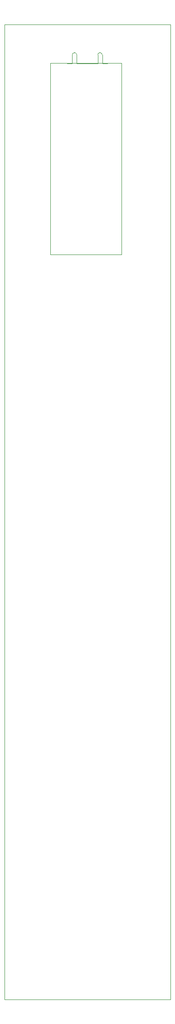
<source format=gbr>
%TF.GenerationSoftware,KiCad,Pcbnew,6.0.6-3a73a75311~116~ubuntu20.04.1*%
%TF.CreationDate,2022-07-20T09:27:06+02:00*%
%TF.ProjectId,MCH-light,4d43482d-6c69-4676-9874-2e6b69636164,rev?*%
%TF.SameCoordinates,Original*%
%TF.FileFunction,Profile,NP*%
%FSLAX46Y46*%
G04 Gerber Fmt 4.6, Leading zero omitted, Abs format (unit mm)*
G04 Created by KiCad (PCBNEW 6.0.6-3a73a75311~116~ubuntu20.04.1) date 2022-07-20 09:27:06*
%MOMM*%
%LPD*%
G01*
G04 APERTURE LIST*
%TA.AperFunction,Profile*%
%ADD10C,0.120000*%
%TD*%
%TA.AperFunction,Profile*%
%ADD11C,0.100000*%
%TD*%
G04 APERTURE END LIST*
D10*
X114336000Y-17395017D02*
X145336000Y-17395017D01*
X145336000Y-17395017D02*
X145336000Y-199295017D01*
X145336000Y-199295017D02*
X114336000Y-199295017D01*
X114336000Y-199295017D02*
X114336000Y-17395017D01*
D11*
X122900000Y-24600000D02*
X136200000Y-24600000D01*
X136200000Y-24600000D02*
X136200000Y-60300000D01*
X136200000Y-60300000D02*
X122900000Y-60300000D01*
X122900000Y-60300000D02*
X122900000Y-24600000D01*
%TO.C,J5*%
X126994000Y-24631017D02*
X126044000Y-24631017D01*
X131744000Y-23056017D02*
X131744000Y-24631017D01*
X131744000Y-24631017D02*
X127844000Y-24631017D01*
X133544000Y-24631017D02*
X132594000Y-24631017D01*
X127844000Y-23056017D02*
X127844000Y-24631017D01*
X132594000Y-23056017D02*
X132594000Y-24631017D01*
X126994000Y-23056017D02*
X126994000Y-24631017D01*
X127844000Y-23056017D02*
G75*
G03*
X126994000Y-23056017I-425000J0D01*
G01*
X132594000Y-23056017D02*
G75*
G03*
X131744000Y-23056017I-425000J0D01*
G01*
%TD*%
M02*

</source>
